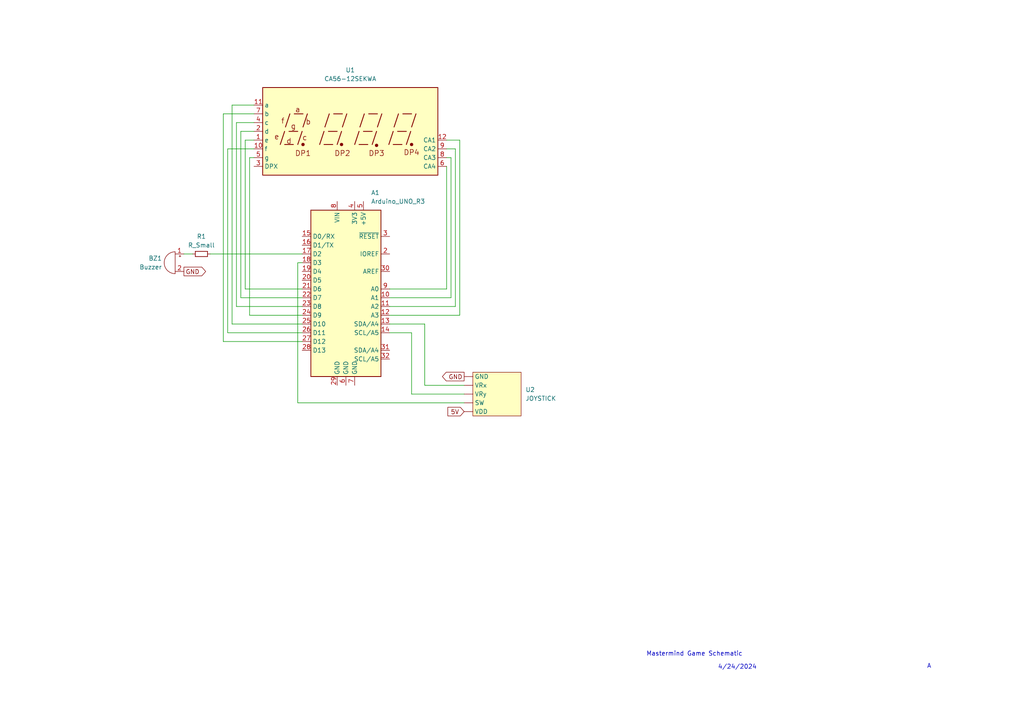
<source format=kicad_sch>
(kicad_sch
	(version 20231120)
	(generator "eeschema")
	(generator_version "8.0")
	(uuid "202705eb-2c2e-401d-8e01-b57ef99bb22c")
	(paper "A4")
	(lib_symbols
		(symbol "Device:Buzzer"
			(pin_names
				(offset 0.0254) hide)
			(exclude_from_sim no)
			(in_bom yes)
			(on_board yes)
			(property "Reference" "BZ"
				(at 3.81 1.27 0)
				(effects
					(font
						(size 1.27 1.27)
					)
					(justify left)
				)
			)
			(property "Value" "Buzzer"
				(at 3.81 -1.27 0)
				(effects
					(font
						(size 1.27 1.27)
					)
					(justify left)
				)
			)
			(property "Footprint" ""
				(at -0.635 2.54 90)
				(effects
					(font
						(size 1.27 1.27)
					)
					(hide yes)
				)
			)
			(property "Datasheet" "~"
				(at -0.635 2.54 90)
				(effects
					(font
						(size 1.27 1.27)
					)
					(hide yes)
				)
			)
			(property "Description" "Buzzer, polarized"
				(at 0 0 0)
				(effects
					(font
						(size 1.27 1.27)
					)
					(hide yes)
				)
			)
			(property "ki_keywords" "quartz resonator ceramic"
				(at 0 0 0)
				(effects
					(font
						(size 1.27 1.27)
					)
					(hide yes)
				)
			)
			(property "ki_fp_filters" "*Buzzer*"
				(at 0 0 0)
				(effects
					(font
						(size 1.27 1.27)
					)
					(hide yes)
				)
			)
			(symbol "Buzzer_0_1"
				(arc
					(start 0 -3.175)
					(mid 3.1612 0)
					(end 0 3.175)
					(stroke
						(width 0)
						(type default)
					)
					(fill
						(type none)
					)
				)
				(polyline
					(pts
						(xy -1.651 1.905) (xy -1.143 1.905)
					)
					(stroke
						(width 0)
						(type default)
					)
					(fill
						(type none)
					)
				)
				(polyline
					(pts
						(xy -1.397 2.159) (xy -1.397 1.651)
					)
					(stroke
						(width 0)
						(type default)
					)
					(fill
						(type none)
					)
				)
				(polyline
					(pts
						(xy 0 3.175) (xy 0 -3.175)
					)
					(stroke
						(width 0)
						(type default)
					)
					(fill
						(type none)
					)
				)
			)
			(symbol "Buzzer_1_1"
				(pin passive line
					(at -2.54 2.54 0)
					(length 2.54)
					(name "+"
						(effects
							(font
								(size 1.27 1.27)
							)
						)
					)
					(number "1"
						(effects
							(font
								(size 1.27 1.27)
							)
						)
					)
				)
				(pin passive line
					(at -2.54 -2.54 0)
					(length 2.54)
					(name "-"
						(effects
							(font
								(size 1.27 1.27)
							)
						)
					)
					(number "2"
						(effects
							(font
								(size 1.27 1.27)
							)
						)
					)
				)
			)
		)
		(symbol "Device:R_Small"
			(pin_numbers hide)
			(pin_names
				(offset 0.254) hide)
			(exclude_from_sim no)
			(in_bom yes)
			(on_board yes)
			(property "Reference" "R"
				(at 0.762 0.508 0)
				(effects
					(font
						(size 1.27 1.27)
					)
					(justify left)
				)
			)
			(property "Value" "R_Small"
				(at 0.762 -1.016 0)
				(effects
					(font
						(size 1.27 1.27)
					)
					(justify left)
				)
			)
			(property "Footprint" ""
				(at 0 0 0)
				(effects
					(font
						(size 1.27 1.27)
					)
					(hide yes)
				)
			)
			(property "Datasheet" "~"
				(at 0 0 0)
				(effects
					(font
						(size 1.27 1.27)
					)
					(hide yes)
				)
			)
			(property "Description" "Resistor, small symbol"
				(at 0 0 0)
				(effects
					(font
						(size 1.27 1.27)
					)
					(hide yes)
				)
			)
			(property "ki_keywords" "R resistor"
				(at 0 0 0)
				(effects
					(font
						(size 1.27 1.27)
					)
					(hide yes)
				)
			)
			(property "ki_fp_filters" "R_*"
				(at 0 0 0)
				(effects
					(font
						(size 1.27 1.27)
					)
					(hide yes)
				)
			)
			(symbol "R_Small_0_1"
				(rectangle
					(start -0.762 1.778)
					(end 0.762 -1.778)
					(stroke
						(width 0.2032)
						(type default)
					)
					(fill
						(type none)
					)
				)
			)
			(symbol "R_Small_1_1"
				(pin passive line
					(at 0 2.54 270)
					(length 0.762)
					(name "~"
						(effects
							(font
								(size 1.27 1.27)
							)
						)
					)
					(number "1"
						(effects
							(font
								(size 1.27 1.27)
							)
						)
					)
				)
				(pin passive line
					(at 0 -2.54 90)
					(length 0.762)
					(name "~"
						(effects
							(font
								(size 1.27 1.27)
							)
						)
					)
					(number "2"
						(effects
							(font
								(size 1.27 1.27)
							)
						)
					)
				)
			)
		)
		(symbol "Display_Character:CA56-12SEKWA"
			(exclude_from_sim no)
			(in_bom yes)
			(on_board yes)
			(property "Reference" "U"
				(at -24.13 13.97 0)
				(effects
					(font
						(size 1.27 1.27)
					)
				)
			)
			(property "Value" "CA56-12SEKWA"
				(at 17.78 13.97 0)
				(effects
					(font
						(size 1.27 1.27)
					)
				)
			)
			(property "Footprint" "Display_7Segment:CA56-12SEKWA"
				(at 0 -15.24 0)
				(effects
					(font
						(size 1.27 1.27)
					)
					(hide yes)
				)
			)
			(property "Datasheet" "http://www.kingbright.com/attachments/file/psearch/000/00/00/CA56-12SEKWA(Ver.7A).pdf"
				(at -10.922 0.762 0)
				(effects
					(font
						(size 1.27 1.27)
					)
					(hide yes)
				)
			)
			(property "Description" "4 digit 7 segment super bright orange LED, common anode"
				(at 0 0 0)
				(effects
					(font
						(size 1.27 1.27)
					)
					(hide yes)
				)
			)
			(property "ki_keywords" "display LED 7-segment"
				(at 0 0 0)
				(effects
					(font
						(size 1.27 1.27)
					)
					(hide yes)
				)
			)
			(property "ki_fp_filters" "*CA56*12SEKWA*"
				(at 0 0 0)
				(effects
					(font
						(size 1.27 1.27)
					)
					(hide yes)
				)
			)
			(symbol "CA56-12SEKWA_0_0"
				(rectangle
					(start -25.4 12.7)
					(end 25.4 -12.7)
					(stroke
						(width 0.254)
						(type default)
					)
					(fill
						(type background)
					)
				)
				(polyline
					(pts
						(xy -20.32 -3.81) (xy -19.05 0)
					)
					(stroke
						(width 0.254)
						(type default)
					)
					(fill
						(type none)
					)
				)
				(polyline
					(pts
						(xy -19.05 -3.81) (xy -16.51 -3.81)
					)
					(stroke
						(width 0.254)
						(type default)
					)
					(fill
						(type none)
					)
				)
				(polyline
					(pts
						(xy -18.796 1.27) (xy -17.526 5.08)
					)
					(stroke
						(width 0.254)
						(type default)
					)
					(fill
						(type none)
					)
				)
				(polyline
					(pts
						(xy -17.78 0) (xy -15.24 0)
					)
					(stroke
						(width 0.254)
						(type default)
					)
					(fill
						(type none)
					)
				)
				(polyline
					(pts
						(xy -16.256 5.08) (xy -13.716 5.08)
					)
					(stroke
						(width 0.254)
						(type default)
					)
					(fill
						(type none)
					)
				)
				(polyline
					(pts
						(xy -15.24 -3.81) (xy -13.97 0)
					)
					(stroke
						(width 0.254)
						(type default)
					)
					(fill
						(type none)
					)
				)
				(polyline
					(pts
						(xy -13.716 1.27) (xy -12.446 5.08)
					)
					(stroke
						(width 0.254)
						(type default)
					)
					(fill
						(type none)
					)
				)
				(polyline
					(pts
						(xy -8.89 -3.81) (xy -7.62 0)
					)
					(stroke
						(width 0.254)
						(type default)
					)
					(fill
						(type none)
					)
				)
				(polyline
					(pts
						(xy -7.62 -3.81) (xy -5.08 -3.81)
					)
					(stroke
						(width 0.254)
						(type default)
					)
					(fill
						(type none)
					)
				)
				(polyline
					(pts
						(xy -7.366 1.27) (xy -6.096 5.08)
					)
					(stroke
						(width 0.254)
						(type default)
					)
					(fill
						(type none)
					)
				)
				(polyline
					(pts
						(xy -6.35 0) (xy -3.81 0)
					)
					(stroke
						(width 0.254)
						(type default)
					)
					(fill
						(type none)
					)
				)
				(polyline
					(pts
						(xy -4.826 5.08) (xy -2.286 5.08)
					)
					(stroke
						(width 0.254)
						(type default)
					)
					(fill
						(type none)
					)
				)
				(polyline
					(pts
						(xy -3.81 -3.81) (xy -2.54 0)
					)
					(stroke
						(width 0.254)
						(type default)
					)
					(fill
						(type none)
					)
				)
				(polyline
					(pts
						(xy -2.286 1.27) (xy -1.016 5.08)
					)
					(stroke
						(width 0.254)
						(type default)
					)
					(fill
						(type none)
					)
				)
				(polyline
					(pts
						(xy 1.27 -3.81) (xy 2.54 0)
					)
					(stroke
						(width 0.254)
						(type default)
					)
					(fill
						(type none)
					)
				)
				(polyline
					(pts
						(xy 2.54 -3.81) (xy 5.08 -3.81)
					)
					(stroke
						(width 0.254)
						(type default)
					)
					(fill
						(type none)
					)
				)
				(polyline
					(pts
						(xy 2.794 1.27) (xy 4.064 5.08)
					)
					(stroke
						(width 0.254)
						(type default)
					)
					(fill
						(type none)
					)
				)
				(polyline
					(pts
						(xy 3.81 0) (xy 6.35 0)
					)
					(stroke
						(width 0.254)
						(type default)
					)
					(fill
						(type none)
					)
				)
				(polyline
					(pts
						(xy 5.334 5.08) (xy 7.874 5.08)
					)
					(stroke
						(width 0.254)
						(type default)
					)
					(fill
						(type none)
					)
				)
				(polyline
					(pts
						(xy 6.35 -3.81) (xy 7.62 0)
					)
					(stroke
						(width 0.254)
						(type default)
					)
					(fill
						(type none)
					)
				)
				(polyline
					(pts
						(xy 7.874 1.27) (xy 9.144 5.08)
					)
					(stroke
						(width 0.254)
						(type default)
					)
					(fill
						(type none)
					)
				)
				(polyline
					(pts
						(xy 11.176 -3.81) (xy 12.446 0)
					)
					(stroke
						(width 0.254)
						(type default)
					)
					(fill
						(type none)
					)
				)
				(polyline
					(pts
						(xy 12.446 -3.81) (xy 14.986 -3.81)
					)
					(stroke
						(width 0.254)
						(type default)
					)
					(fill
						(type none)
					)
				)
				(polyline
					(pts
						(xy 12.7 1.27) (xy 13.97 5.08)
					)
					(stroke
						(width 0.254)
						(type default)
					)
					(fill
						(type none)
					)
				)
				(polyline
					(pts
						(xy 13.716 0) (xy 16.256 0)
					)
					(stroke
						(width 0.254)
						(type default)
					)
					(fill
						(type none)
					)
				)
				(polyline
					(pts
						(xy 15.24 5.08) (xy 17.78 5.08)
					)
					(stroke
						(width 0.254)
						(type default)
					)
					(fill
						(type none)
					)
				)
				(polyline
					(pts
						(xy 16.256 -3.81) (xy 17.526 0)
					)
					(stroke
						(width 0.254)
						(type default)
					)
					(fill
						(type none)
					)
				)
				(polyline
					(pts
						(xy 17.78 1.27) (xy 19.05 5.08)
					)
					(stroke
						(width 0.254)
						(type default)
					)
					(fill
						(type none)
					)
				)
				(text "a"
					(at -15.24 6.35 0)
					(effects
						(font
							(size 1.524 1.524)
						)
					)
				)
				(text "b"
					(at -12.192 2.794 0)
					(effects
						(font
							(size 1.524 1.524)
						)
					)
				)
				(text "c"
					(at -13.208 -1.778 0)
					(effects
						(font
							(size 1.524 1.524)
						)
					)
				)
				(text "d"
					(at -17.78 -2.794 0)
					(effects
						(font
							(size 1.524 1.524)
						)
					)
				)
				(text "DP1"
					(at -13.716 -6.35 0)
					(effects
						(font
							(size 1.524 1.524)
						)
					)
				)
				(text "DP2"
					(at -2.286 -6.35 0)
					(effects
						(font
							(size 1.524 1.524)
						)
					)
				)
				(text "DP3"
					(at 7.62 -6.35 0)
					(effects
						(font
							(size 1.524 1.524)
						)
					)
				)
				(text "DP4"
					(at 17.78 -6.096 0)
					(effects
						(font
							(size 1.524 1.524)
						)
					)
				)
				(text "e"
					(at -21.336 -1.524 0)
					(effects
						(font
							(size 1.524 1.524)
						)
					)
				)
				(text "f"
					(at -19.558 3.048 0)
					(effects
						(font
							(size 1.524 1.524)
						)
					)
				)
				(text "g"
					(at -16.51 1.524 0)
					(effects
						(font
							(size 1.524 1.524)
						)
					)
				)
			)
			(symbol "CA56-12SEKWA_0_1"
				(circle
					(center -13.716 -3.81)
					(radius 0.3556)
					(stroke
						(width 0.254)
						(type default)
					)
					(fill
						(type outline)
					)
				)
				(circle
					(center -2.54 -3.81)
					(radius 0.3556)
					(stroke
						(width 0.254)
						(type default)
					)
					(fill
						(type outline)
					)
				)
			)
			(symbol "CA56-12SEKWA_1_0"
				(circle
					(center 7.62 -4.064)
					(radius 0.3556)
					(stroke
						(width 0.254)
						(type default)
					)
					(fill
						(type outline)
					)
				)
				(circle
					(center 17.78 -3.81)
					(radius 0.3556)
					(stroke
						(width 0.254)
						(type default)
					)
					(fill
						(type outline)
					)
				)
			)
			(symbol "CA56-12SEKWA_1_1"
				(pin input line
					(at -27.94 -2.54 0)
					(length 2.54)
					(name "e"
						(effects
							(font
								(size 1.27 1.27)
							)
						)
					)
					(number "1"
						(effects
							(font
								(size 1.27 1.27)
							)
						)
					)
				)
				(pin input line
					(at -27.94 -5.08 0)
					(length 2.54)
					(name "f"
						(effects
							(font
								(size 1.27 1.27)
							)
						)
					)
					(number "10"
						(effects
							(font
								(size 1.27 1.27)
							)
						)
					)
				)
				(pin input line
					(at -27.94 7.62 0)
					(length 2.54)
					(name "a"
						(effects
							(font
								(size 1.27 1.27)
							)
						)
					)
					(number "11"
						(effects
							(font
								(size 1.27 1.27)
							)
						)
					)
				)
				(pin input line
					(at 27.94 -2.54 180)
					(length 2.54)
					(name "CA1"
						(effects
							(font
								(size 1.27 1.27)
							)
						)
					)
					(number "12"
						(effects
							(font
								(size 1.27 1.27)
							)
						)
					)
				)
				(pin input line
					(at -27.94 0 0)
					(length 2.54)
					(name "d"
						(effects
							(font
								(size 1.27 1.27)
							)
						)
					)
					(number "2"
						(effects
							(font
								(size 1.27 1.27)
							)
						)
					)
				)
				(pin input line
					(at -27.94 -10.16 0)
					(length 2.54)
					(name "DPX"
						(effects
							(font
								(size 1.27 1.27)
							)
						)
					)
					(number "3"
						(effects
							(font
								(size 1.27 1.27)
							)
						)
					)
				)
				(pin input line
					(at -27.94 2.54 0)
					(length 2.54)
					(name "c"
						(effects
							(font
								(size 1.27 1.27)
							)
						)
					)
					(number "4"
						(effects
							(font
								(size 1.27 1.27)
							)
						)
					)
				)
				(pin input line
					(at -27.94 -7.62 0)
					(length 2.54)
					(name "g"
						(effects
							(font
								(size 1.27 1.27)
							)
						)
					)
					(number "5"
						(effects
							(font
								(size 1.27 1.27)
							)
						)
					)
				)
				(pin input line
					(at 27.94 -10.16 180)
					(length 2.54)
					(name "CA4"
						(effects
							(font
								(size 1.27 1.27)
							)
						)
					)
					(number "6"
						(effects
							(font
								(size 1.27 1.27)
							)
						)
					)
				)
				(pin input line
					(at -27.94 5.08 0)
					(length 2.54)
					(name "b"
						(effects
							(font
								(size 1.27 1.27)
							)
						)
					)
					(number "7"
						(effects
							(font
								(size 1.27 1.27)
							)
						)
					)
				)
				(pin input line
					(at 27.94 -7.62 180)
					(length 2.54)
					(name "CA3"
						(effects
							(font
								(size 1.27 1.27)
							)
						)
					)
					(number "8"
						(effects
							(font
								(size 1.27 1.27)
							)
						)
					)
				)
				(pin input line
					(at 27.94 -5.08 180)
					(length 2.54)
					(name "CA2"
						(effects
							(font
								(size 1.27 1.27)
							)
						)
					)
					(number "9"
						(effects
							(font
								(size 1.27 1.27)
							)
						)
					)
				)
			)
		)
		(symbol "Jordan:JOYSTICK"
			(exclude_from_sim no)
			(in_bom yes)
			(on_board yes)
			(property "Reference" "U"
				(at 0 0 0)
				(effects
					(font
						(size 1.27 1.27)
					)
				)
			)
			(property "Value" "JOYSTICK"
				(at 0 2.54 0)
				(effects
					(font
						(size 1.27 1.27)
					)
				)
			)
			(property "Footprint" ""
				(at 0 0 0)
				(effects
					(font
						(size 1.27 1.27)
					)
					(hide yes)
				)
			)
			(property "Datasheet" ""
				(at 0 0 0)
				(effects
					(font
						(size 1.27 1.27)
					)
					(hide yes)
				)
			)
			(property "Description" ""
				(at 0 0 0)
				(effects
					(font
						(size 1.27 1.27)
					)
					(hide yes)
				)
			)
			(symbol "JOYSTICK_0_1"
				(rectangle
					(start -5.08 -1.27)
					(end 8.89 -13.97)
					(stroke
						(width 0)
						(type default)
					)
					(fill
						(type background)
					)
				)
			)
			(symbol "JOYSTICK_1_1"
				(pin input line
					(at -7.62 -2.54 0)
					(length 2.54)
					(name "GND"
						(effects
							(font
								(size 1.27 1.27)
							)
						)
					)
					(number ""
						(effects
							(font
								(size 1.27 1.27)
							)
						)
					)
				)
				(pin output line
					(at -7.62 -10.16 0)
					(length 2.54)
					(name "SW"
						(effects
							(font
								(size 1.27 1.27)
							)
						)
					)
					(number ""
						(effects
							(font
								(size 1.27 1.27)
							)
						)
					)
				)
				(pin input line
					(at -7.62 -12.7 0)
					(length 2.54)
					(name "VDD"
						(effects
							(font
								(size 1.27 1.27)
							)
						)
					)
					(number ""
						(effects
							(font
								(size 1.27 1.27)
							)
						)
					)
				)
				(pin output line
					(at -7.62 -5.08 0)
					(length 2.54)
					(name "VRx"
						(effects
							(font
								(size 1.27 1.27)
							)
						)
					)
					(number ""
						(effects
							(font
								(size 1.27 1.27)
							)
						)
					)
				)
				(pin output line
					(at -7.62 -7.62 0)
					(length 2.54)
					(name "VRy"
						(effects
							(font
								(size 1.27 1.27)
							)
						)
					)
					(number ""
						(effects
							(font
								(size 1.27 1.27)
							)
						)
					)
				)
			)
		)
		(symbol "MCU_Module:Arduino_UNO_R3"
			(exclude_from_sim no)
			(in_bom yes)
			(on_board yes)
			(property "Reference" "A"
				(at -10.16 23.495 0)
				(effects
					(font
						(size 1.27 1.27)
					)
					(justify left bottom)
				)
			)
			(property "Value" "Arduino_UNO_R3"
				(at 5.08 -26.67 0)
				(effects
					(font
						(size 1.27 1.27)
					)
					(justify left top)
				)
			)
			(property "Footprint" "Module:Arduino_UNO_R3"
				(at 0 0 0)
				(effects
					(font
						(size 1.27 1.27)
						(italic yes)
					)
					(hide yes)
				)
			)
			(property "Datasheet" "https://www.arduino.cc/en/Main/arduinoBoardUno"
				(at 0 0 0)
				(effects
					(font
						(size 1.27 1.27)
					)
					(hide yes)
				)
			)
			(property "Description" "Arduino UNO Microcontroller Module, release 3"
				(at 0 0 0)
				(effects
					(font
						(size 1.27 1.27)
					)
					(hide yes)
				)
			)
			(property "ki_keywords" "Arduino UNO R3 Microcontroller Module Atmel AVR USB"
				(at 0 0 0)
				(effects
					(font
						(size 1.27 1.27)
					)
					(hide yes)
				)
			)
			(property "ki_fp_filters" "Arduino*UNO*R3*"
				(at 0 0 0)
				(effects
					(font
						(size 1.27 1.27)
					)
					(hide yes)
				)
			)
			(symbol "Arduino_UNO_R3_0_1"
				(rectangle
					(start -10.16 22.86)
					(end 10.16 -25.4)
					(stroke
						(width 0.254)
						(type default)
					)
					(fill
						(type background)
					)
				)
			)
			(symbol "Arduino_UNO_R3_1_1"
				(pin no_connect line
					(at -10.16 -20.32 0)
					(length 2.54) hide
					(name "NC"
						(effects
							(font
								(size 1.27 1.27)
							)
						)
					)
					(number "1"
						(effects
							(font
								(size 1.27 1.27)
							)
						)
					)
				)
				(pin bidirectional line
					(at 12.7 -2.54 180)
					(length 2.54)
					(name "A1"
						(effects
							(font
								(size 1.27 1.27)
							)
						)
					)
					(number "10"
						(effects
							(font
								(size 1.27 1.27)
							)
						)
					)
				)
				(pin bidirectional line
					(at 12.7 -5.08 180)
					(length 2.54)
					(name "A2"
						(effects
							(font
								(size 1.27 1.27)
							)
						)
					)
					(number "11"
						(effects
							(font
								(size 1.27 1.27)
							)
						)
					)
				)
				(pin bidirectional line
					(at 12.7 -7.62 180)
					(length 2.54)
					(name "A3"
						(effects
							(font
								(size 1.27 1.27)
							)
						)
					)
					(number "12"
						(effects
							(font
								(size 1.27 1.27)
							)
						)
					)
				)
				(pin bidirectional line
					(at 12.7 -10.16 180)
					(length 2.54)
					(name "SDA/A4"
						(effects
							(font
								(size 1.27 1.27)
							)
						)
					)
					(number "13"
						(effects
							(font
								(size 1.27 1.27)
							)
						)
					)
				)
				(pin bidirectional line
					(at 12.7 -12.7 180)
					(length 2.54)
					(name "SCL/A5"
						(effects
							(font
								(size 1.27 1.27)
							)
						)
					)
					(number "14"
						(effects
							(font
								(size 1.27 1.27)
							)
						)
					)
				)
				(pin bidirectional line
					(at -12.7 15.24 0)
					(length 2.54)
					(name "D0/RX"
						(effects
							(font
								(size 1.27 1.27)
							)
						)
					)
					(number "15"
						(effects
							(font
								(size 1.27 1.27)
							)
						)
					)
				)
				(pin bidirectional line
					(at -12.7 12.7 0)
					(length 2.54)
					(name "D1/TX"
						(effects
							(font
								(size 1.27 1.27)
							)
						)
					)
					(number "16"
						(effects
							(font
								(size 1.27 1.27)
							)
						)
					)
				)
				(pin bidirectional line
					(at -12.7 10.16 0)
					(length 2.54)
					(name "D2"
						(effects
							(font
								(size 1.27 1.27)
							)
						)
					)
					(number "17"
						(effects
							(font
								(size 1.27 1.27)
							)
						)
					)
				)
				(pin bidirectional line
					(at -12.7 7.62 0)
					(length 2.54)
					(name "D3"
						(effects
							(font
								(size 1.27 1.27)
							)
						)
					)
					(number "18"
						(effects
							(font
								(size 1.27 1.27)
							)
						)
					)
				)
				(pin bidirectional line
					(at -12.7 5.08 0)
					(length 2.54)
					(name "D4"
						(effects
							(font
								(size 1.27 1.27)
							)
						)
					)
					(number "19"
						(effects
							(font
								(size 1.27 1.27)
							)
						)
					)
				)
				(pin output line
					(at 12.7 10.16 180)
					(length 2.54)
					(name "IOREF"
						(effects
							(font
								(size 1.27 1.27)
							)
						)
					)
					(number "2"
						(effects
							(font
								(size 1.27 1.27)
							)
						)
					)
				)
				(pin bidirectional line
					(at -12.7 2.54 0)
					(length 2.54)
					(name "D5"
						(effects
							(font
								(size 1.27 1.27)
							)
						)
					)
					(number "20"
						(effects
							(font
								(size 1.27 1.27)
							)
						)
					)
				)
				(pin bidirectional line
					(at -12.7 0 0)
					(length 2.54)
					(name "D6"
						(effects
							(font
								(size 1.27 1.27)
							)
						)
					)
					(number "21"
						(effects
							(font
								(size 1.27 1.27)
							)
						)
					)
				)
				(pin bidirectional line
					(at -12.7 -2.54 0)
					(length 2.54)
					(name "D7"
						(effects
							(font
								(size 1.27 1.27)
							)
						)
					)
					(number "22"
						(effects
							(font
								(size 1.27 1.27)
							)
						)
					)
				)
				(pin bidirectional line
					(at -12.7 -5.08 0)
					(length 2.54)
					(name "D8"
						(effects
							(font
								(size 1.27 1.27)
							)
						)
					)
					(number "23"
						(effects
							(font
								(size 1.27 1.27)
							)
						)
					)
				)
				(pin bidirectional line
					(at -12.7 -7.62 0)
					(length 2.54)
					(name "D9"
						(effects
							(font
								(size 1.27 1.27)
							)
						)
					)
					(number "24"
						(effects
							(font
								(size 1.27 1.27)
							)
						)
					)
				)
				(pin bidirectional line
					(at -12.7 -10.16 0)
					(length 2.54)
					(name "D10"
						(effects
							(font
								(size 1.27 1.27)
							)
						)
					)
					(number "25"
						(effects
							(font
								(size 1.27 1.27)
							)
						)
					)
				)
				(pin bidirectional line
					(at -12.7 -12.7 0)
					(length 2.54)
					(name "D11"
						(effects
							(font
								(size 1.27 1.27)
							)
						)
					)
					(number "26"
						(effects
							(font
								(size 1.27 1.27)
							)
						)
					)
				)
				(pin bidirectional line
					(at -12.7 -15.24 0)
					(length 2.54)
					(name "D12"
						(effects
							(font
								(size 1.27 1.27)
							)
						)
					)
					(number "27"
						(effects
							(font
								(size 1.27 1.27)
							)
						)
					)
				)
				(pin bidirectional line
					(at -12.7 -17.78 0)
					(length 2.54)
					(name "D13"
						(effects
							(font
								(size 1.27 1.27)
							)
						)
					)
					(number "28"
						(effects
							(font
								(size 1.27 1.27)
							)
						)
					)
				)
				(pin power_in line
					(at -2.54 -27.94 90)
					(length 2.54)
					(name "GND"
						(effects
							(font
								(size 1.27 1.27)
							)
						)
					)
					(number "29"
						(effects
							(font
								(size 1.27 1.27)
							)
						)
					)
				)
				(pin input line
					(at 12.7 15.24 180)
					(length 2.54)
					(name "~{RESET}"
						(effects
							(font
								(size 1.27 1.27)
							)
						)
					)
					(number "3"
						(effects
							(font
								(size 1.27 1.27)
							)
						)
					)
				)
				(pin input line
					(at 12.7 5.08 180)
					(length 2.54)
					(name "AREF"
						(effects
							(font
								(size 1.27 1.27)
							)
						)
					)
					(number "30"
						(effects
							(font
								(size 1.27 1.27)
							)
						)
					)
				)
				(pin bidirectional line
					(at 12.7 -17.78 180)
					(length 2.54)
					(name "SDA/A4"
						(effects
							(font
								(size 1.27 1.27)
							)
						)
					)
					(number "31"
						(effects
							(font
								(size 1.27 1.27)
							)
						)
					)
				)
				(pin bidirectional line
					(at 12.7 -20.32 180)
					(length 2.54)
					(name "SCL/A5"
						(effects
							(font
								(size 1.27 1.27)
							)
						)
					)
					(number "32"
						(effects
							(font
								(size 1.27 1.27)
							)
						)
					)
				)
				(pin power_out line
					(at 2.54 25.4 270)
					(length 2.54)
					(name "3V3"
						(effects
							(font
								(size 1.27 1.27)
							)
						)
					)
					(number "4"
						(effects
							(font
								(size 1.27 1.27)
							)
						)
					)
				)
				(pin power_out line
					(at 5.08 25.4 270)
					(length 2.54)
					(name "+5V"
						(effects
							(font
								(size 1.27 1.27)
							)
						)
					)
					(number "5"
						(effects
							(font
								(size 1.27 1.27)
							)
						)
					)
				)
				(pin power_in line
					(at 0 -27.94 90)
					(length 2.54)
					(name "GND"
						(effects
							(font
								(size 1.27 1.27)
							)
						)
					)
					(number "6"
						(effects
							(font
								(size 1.27 1.27)
							)
						)
					)
				)
				(pin power_in line
					(at 2.54 -27.94 90)
					(length 2.54)
					(name "GND"
						(effects
							(font
								(size 1.27 1.27)
							)
						)
					)
					(number "7"
						(effects
							(font
								(size 1.27 1.27)
							)
						)
					)
				)
				(pin power_in line
					(at -2.54 25.4 270)
					(length 2.54)
					(name "VIN"
						(effects
							(font
								(size 1.27 1.27)
							)
						)
					)
					(number "8"
						(effects
							(font
								(size 1.27 1.27)
							)
						)
					)
				)
				(pin bidirectional line
					(at 12.7 0 180)
					(length 2.54)
					(name "A0"
						(effects
							(font
								(size 1.27 1.27)
							)
						)
					)
					(number "9"
						(effects
							(font
								(size 1.27 1.27)
							)
						)
					)
				)
			)
		)
	)
	(wire
		(pts
			(xy 66.04 96.52) (xy 87.63 96.52)
		)
		(stroke
			(width 0)
			(type default)
		)
		(uuid "007fda3b-24fa-47c6-a759-d234f74fd2c8")
	)
	(wire
		(pts
			(xy 67.31 30.48) (xy 67.31 93.98)
		)
		(stroke
			(width 0)
			(type default)
		)
		(uuid "04c16205-6a99-444f-bd5d-ef812c2f5928")
	)
	(wire
		(pts
			(xy 113.03 86.36) (xy 130.81 86.36)
		)
		(stroke
			(width 0)
			(type default)
		)
		(uuid "0542f1cd-df64-4ad9-960e-cd59e71a675a")
	)
	(wire
		(pts
			(xy 113.03 88.9) (xy 132.08 88.9)
		)
		(stroke
			(width 0)
			(type default)
		)
		(uuid "07c8c586-1b6a-4ded-8127-68ea972d829d")
	)
	(wire
		(pts
			(xy 129.54 43.18) (xy 132.08 43.18)
		)
		(stroke
			(width 0)
			(type default)
		)
		(uuid "14bc9318-2037-480b-a866-0ff84a68515b")
	)
	(wire
		(pts
			(xy 60.96 73.66) (xy 87.63 73.66)
		)
		(stroke
			(width 0)
			(type default)
		)
		(uuid "29e5d93b-2174-462d-a604-7572a5cdfea6")
	)
	(wire
		(pts
			(xy 133.35 40.64) (xy 133.35 91.44)
		)
		(stroke
			(width 0)
			(type default)
		)
		(uuid "2b160acc-563b-4ec7-b52f-c163fd656842")
	)
	(wire
		(pts
			(xy 68.58 35.56) (xy 68.58 88.9)
		)
		(stroke
			(width 0)
			(type default)
		)
		(uuid "2e68bd7f-6507-4822-929c-f36275beb18d")
	)
	(wire
		(pts
			(xy 133.35 91.44) (xy 113.03 91.44)
		)
		(stroke
			(width 0)
			(type default)
		)
		(uuid "34333f1e-b149-48af-8885-bbbe9e61e70f")
	)
	(wire
		(pts
			(xy 119.38 96.52) (xy 113.03 96.52)
		)
		(stroke
			(width 0)
			(type default)
		)
		(uuid "409326e0-0100-4116-99cb-018f8edc4c59")
	)
	(wire
		(pts
			(xy 123.19 93.98) (xy 123.19 111.76)
		)
		(stroke
			(width 0)
			(type default)
		)
		(uuid "48a47e45-0492-4c2a-8525-99d3cd6cf3af")
	)
	(wire
		(pts
			(xy 129.54 48.26) (xy 129.54 83.82)
		)
		(stroke
			(width 0)
			(type default)
		)
		(uuid "500d5d91-ff31-4b0d-a271-c80850145dcc")
	)
	(wire
		(pts
			(xy 67.31 93.98) (xy 87.63 93.98)
		)
		(stroke
			(width 0)
			(type default)
		)
		(uuid "53def1fe-1c66-4c7e-90b9-76af0f1401bf")
	)
	(wire
		(pts
			(xy 129.54 40.64) (xy 133.35 40.64)
		)
		(stroke
			(width 0)
			(type default)
		)
		(uuid "53e4044d-3f3c-4842-a8f1-810471310c39")
	)
	(wire
		(pts
			(xy 71.12 83.82) (xy 87.63 83.82)
		)
		(stroke
			(width 0)
			(type default)
		)
		(uuid "5d803b8a-1d8a-4eb0-9b94-304d6c98cd15")
	)
	(wire
		(pts
			(xy 64.77 99.06) (xy 87.63 99.06)
		)
		(stroke
			(width 0)
			(type default)
		)
		(uuid "708928ba-ef99-4531-a983-be5346719202")
	)
	(wire
		(pts
			(xy 73.66 43.18) (xy 66.04 43.18)
		)
		(stroke
			(width 0)
			(type default)
		)
		(uuid "71b41a80-7709-440a-a4f0-9415c63c9de8")
	)
	(wire
		(pts
			(xy 73.66 40.64) (xy 71.12 40.64)
		)
		(stroke
			(width 0)
			(type default)
		)
		(uuid "754844ef-9077-4af8-a4ee-2451dccc4f58")
	)
	(wire
		(pts
			(xy 66.04 43.18) (xy 66.04 96.52)
		)
		(stroke
			(width 0)
			(type default)
		)
		(uuid "80800565-c0ae-48c3-966c-761fbbeaa1f4")
	)
	(wire
		(pts
			(xy 64.77 33.02) (xy 64.77 99.06)
		)
		(stroke
			(width 0)
			(type default)
		)
		(uuid "8d8bbe19-4316-42e7-8dd3-c43d828af91c")
	)
	(wire
		(pts
			(xy 69.85 86.36) (xy 87.63 86.36)
		)
		(stroke
			(width 0)
			(type default)
		)
		(uuid "94f00b4c-db28-426c-9999-f62c33dfeb7c")
	)
	(wire
		(pts
			(xy 132.08 43.18) (xy 132.08 88.9)
		)
		(stroke
			(width 0)
			(type default)
		)
		(uuid "9578aeed-effc-4ae3-b86d-aa313bacff9d")
	)
	(wire
		(pts
			(xy 73.66 33.02) (xy 64.77 33.02)
		)
		(stroke
			(width 0)
			(type default)
		)
		(uuid "992c99ab-a988-4962-ac57-be765af6e66f")
	)
	(wire
		(pts
			(xy 55.88 73.66) (xy 53.34 73.66)
		)
		(stroke
			(width 0)
			(type default)
		)
		(uuid "9b9268e2-6bd4-4dfc-b5b9-c79a3584b865")
	)
	(wire
		(pts
			(xy 73.66 30.48) (xy 67.31 30.48)
		)
		(stroke
			(width 0)
			(type default)
		)
		(uuid "a6041ffc-dd66-48a2-a78e-8592f1236483")
	)
	(wire
		(pts
			(xy 72.39 91.44) (xy 87.63 91.44)
		)
		(stroke
			(width 0)
			(type default)
		)
		(uuid "a93cde6c-ca95-4238-9395-c9c935f65a1d")
	)
	(wire
		(pts
			(xy 86.36 116.84) (xy 134.62 116.84)
		)
		(stroke
			(width 0)
			(type default)
		)
		(uuid "ab22a144-9da7-4610-a0d3-081283df2b3d")
	)
	(wire
		(pts
			(xy 68.58 88.9) (xy 87.63 88.9)
		)
		(stroke
			(width 0)
			(type default)
		)
		(uuid "b47fe1d5-7606-497d-97b1-9300177e9b48")
	)
	(wire
		(pts
			(xy 86.36 76.2) (xy 86.36 116.84)
		)
		(stroke
			(width 0)
			(type default)
		)
		(uuid "b6805c59-c92a-47b1-9c85-c555824349b1")
	)
	(wire
		(pts
			(xy 71.12 40.64) (xy 71.12 83.82)
		)
		(stroke
			(width 0)
			(type default)
		)
		(uuid "b6f7008d-75a3-4776-8efd-fd1b153b0037")
	)
	(wire
		(pts
			(xy 123.19 111.76) (xy 134.62 111.76)
		)
		(stroke
			(width 0)
			(type default)
		)
		(uuid "c3315c23-6c86-4ed7-b931-4eae0e4bb36d")
	)
	(wire
		(pts
			(xy 86.36 76.2) (xy 87.63 76.2)
		)
		(stroke
			(width 0)
			(type default)
		)
		(uuid "cb39d93d-3398-4e6e-bfe2-bce516a6e657")
	)
	(wire
		(pts
			(xy 73.66 45.72) (xy 72.39 45.72)
		)
		(stroke
			(width 0)
			(type default)
		)
		(uuid "cc184011-1c26-413b-ab83-bf8cc78a120e")
	)
	(wire
		(pts
			(xy 73.66 35.56) (xy 68.58 35.56)
		)
		(stroke
			(width 0)
			(type default)
		)
		(uuid "cfc6195b-3243-4e06-a1df-c8f41103a736")
	)
	(wire
		(pts
			(xy 69.85 38.1) (xy 69.85 86.36)
		)
		(stroke
			(width 0)
			(type default)
		)
		(uuid "d96c4851-d77e-4d6e-a5b7-67212f499b83")
	)
	(wire
		(pts
			(xy 119.38 96.52) (xy 119.38 114.3)
		)
		(stroke
			(width 0)
			(type default)
		)
		(uuid "da618b9c-ea57-4de0-9911-af2f87c83e68")
	)
	(wire
		(pts
			(xy 129.54 45.72) (xy 130.81 45.72)
		)
		(stroke
			(width 0)
			(type default)
		)
		(uuid "e695e816-3290-4908-9190-8f912015b1cd")
	)
	(wire
		(pts
			(xy 113.03 93.98) (xy 123.19 93.98)
		)
		(stroke
			(width 0)
			(type default)
		)
		(uuid "ebc04e85-6e8d-4816-a675-0ae1114595a1")
	)
	(wire
		(pts
			(xy 73.66 38.1) (xy 69.85 38.1)
		)
		(stroke
			(width 0)
			(type default)
		)
		(uuid "ef01d948-0bcb-4b5a-a84e-716d45b89d1e")
	)
	(wire
		(pts
			(xy 130.81 45.72) (xy 130.81 86.36)
		)
		(stroke
			(width 0)
			(type default)
		)
		(uuid "f1d17efe-6fc7-4f8b-8191-c279797b6c17")
	)
	(wire
		(pts
			(xy 129.54 83.82) (xy 113.03 83.82)
		)
		(stroke
			(width 0)
			(type default)
		)
		(uuid "f3731ef0-f708-4c4a-a2af-c5f982a71361")
	)
	(wire
		(pts
			(xy 119.38 114.3) (xy 134.62 114.3)
		)
		(stroke
			(width 0)
			(type default)
		)
		(uuid "f5ea06dd-2ff6-40ea-8cd4-89ac424270b1")
	)
	(wire
		(pts
			(xy 72.39 45.72) (xy 72.39 91.44)
		)
		(stroke
			(width 0)
			(type default)
		)
		(uuid "fc59ee84-6e0b-4596-b919-f9cd86a94a61")
	)
	(text "Mastermind Game Schematic"
		(exclude_from_sim no)
		(at 201.422 189.738 0)
		(effects
			(font
				(size 1.27 1.27)
			)
		)
		(uuid "2257ff30-810d-4da2-a2f4-cfb02a03a43c")
	)
	(text "A\n"
		(exclude_from_sim no)
		(at 269.494 193.294 0)
		(effects
			(font
				(size 1.27 1.27)
			)
		)
		(uuid "9235acc2-5395-4f4e-b8d5-f513a03a5061")
	)
	(text "4/24/2024"
		(exclude_from_sim no)
		(at 213.868 193.548 0)
		(effects
			(font
				(size 1.27 1.27)
			)
		)
		(uuid "a9368561-9184-4a5b-b5d5-67c4c2f230e8")
	)
	(global_label "GND"
		(shape output)
		(at 134.62 109.22 180)
		(fields_autoplaced yes)
		(effects
			(font
				(size 1.27 1.27)
			)
			(justify right)
		)
		(uuid "97208863-b63e-4ed9-99b8-6a43f87b7265")
		(property "Intersheetrefs" "${INTERSHEET_REFS}"
			(at 127.7643 109.22 0)
			(effects
				(font
					(size 1.27 1.27)
				)
				(justify right)
				(hide yes)
			)
		)
	)
	(global_label "GND"
		(shape output)
		(at 53.34 78.74 0)
		(fields_autoplaced yes)
		(effects
			(font
				(size 1.27 1.27)
			)
			(justify left)
		)
		(uuid "a9568403-0527-4997-a3c6-d6478d6b4919")
		(property "Intersheetrefs" "${INTERSHEET_REFS}"
			(at 60.1957 78.74 0)
			(effects
				(font
					(size 1.27 1.27)
				)
				(justify left)
				(hide yes)
			)
		)
	)
	(global_label "5V"
		(shape input)
		(at 134.62 119.38 180)
		(fields_autoplaced yes)
		(effects
			(font
				(size 1.27 1.27)
			)
			(justify right)
		)
		(uuid "b10a0f3c-3c3e-4007-99a5-db087d25f3ed")
		(property "Intersheetrefs" "${INTERSHEET_REFS}"
			(at 129.3367 119.38 0)
			(effects
				(font
					(size 1.27 1.27)
				)
				(justify right)
				(hide yes)
			)
		)
	)
	(symbol
		(lib_id "Device:Buzzer")
		(at 50.8 76.2 0)
		(mirror y)
		(unit 1)
		(exclude_from_sim no)
		(in_bom yes)
		(on_board yes)
		(dnp no)
		(fields_autoplaced yes)
		(uuid "239d4525-540d-49de-819b-de9c5031b26d")
		(property "Reference" "BZ1"
			(at 46.99 74.9299 0)
			(effects
				(font
					(size 1.27 1.27)
				)
				(justify left)
			)
		)
		(property "Value" "Buzzer"
			(at 46.99 77.4699 0)
			(effects
				(font
					(size 1.27 1.27)
				)
				(justify left)
			)
		)
		(property "Footprint" ""
			(at 51.435 73.66 90)
			(effects
				(font
					(size 1.27 1.27)
				)
				(hide yes)
			)
		)
		(property "Datasheet" "~"
			(at 51.435 73.66 90)
			(effects
				(font
					(size 1.27 1.27)
				)
				(hide yes)
			)
		)
		(property "Description" "Buzzer, polarized"
			(at 50.8 76.2 0)
			(effects
				(font
					(size 1.27 1.27)
				)
				(hide yes)
			)
		)
		(pin "2"
			(uuid "de587757-48e5-45e9-a57d-d74c538cce00")
		)
		(pin "1"
			(uuid "67afc273-423b-4b7b-b2d2-b7b856f6e31a")
		)
		(instances
			(project "120B_Schematic"
				(path "/202705eb-2c2e-401d-8e01-b57ef99bb22c"
					(reference "BZ1")
					(unit 1)
				)
			)
		)
	)
	(symbol
		(lib_id "Display_Character:CA56-12SEKWA")
		(at 101.6 38.1 0)
		(unit 1)
		(exclude_from_sim no)
		(in_bom yes)
		(on_board yes)
		(dnp no)
		(fields_autoplaced yes)
		(uuid "50424d08-d3fe-4d26-963d-e1c54c5bb433")
		(property "Reference" "U1"
			(at 101.6 20.32 0)
			(effects
				(font
					(size 1.27 1.27)
				)
			)
		)
		(property "Value" "CA56-12SEKWA"
			(at 101.6 22.86 0)
			(effects
				(font
					(size 1.27 1.27)
				)
			)
		)
		(property "Footprint" "Display_7Segment:CA56-12SEKWA"
			(at 101.6 53.34 0)
			(effects
				(font
					(size 1.27 1.27)
				)
				(hide yes)
			)
		)
		(property "Datasheet" "http://www.kingbright.com/attachments/file/psearch/000/00/00/CA56-12SEKWA(Ver.7A).pdf"
			(at 90.678 37.338 0)
			(effects
				(font
					(size 1.27 1.27)
				)
				(hide yes)
			)
		)
		(property "Description" "4 digit 7 segment super bright orange LED, common anode"
			(at 101.6 38.1 0)
			(effects
				(font
					(size 1.27 1.27)
				)
				(hide yes)
			)
		)
		(pin "7"
			(uuid "4b50756b-4040-4507-836a-723c425604bb")
		)
		(pin "1"
			(uuid "17056c5f-332a-414d-8874-63602f44cf05")
		)
		(pin "4"
			(uuid "0a841b78-4acc-465d-938a-6cc18455aaf8")
		)
		(pin "5"
			(uuid "df5bb01e-bfab-464d-8bf2-9facc0a0cf8e")
		)
		(pin "3"
			(uuid "327352b4-1e6b-4c2e-bc7e-2efe109aef6f")
		)
		(pin "10"
			(uuid "2922a4c4-db99-4898-99de-2639e9f55e6b")
		)
		(pin "8"
			(uuid "864783ac-8c8b-43b4-9f64-b169db96c82a")
		)
		(pin "12"
			(uuid "139a4598-b53a-4ada-9b2a-e69eb7fd1e98")
		)
		(pin "2"
			(uuid "68881643-5e07-404c-a9b2-94c3f4a73414")
		)
		(pin "9"
			(uuid "10f8884c-6120-4772-a4cf-2aaf5f8d6aa6")
		)
		(pin "6"
			(uuid "18ad2901-49eb-4239-8d88-2589bc10b857")
		)
		(pin "11"
			(uuid "111d7393-3161-47c8-9f14-83a013c95921")
		)
		(instances
			(project "120B_Schematic"
				(path "/202705eb-2c2e-401d-8e01-b57ef99bb22c"
					(reference "U1")
					(unit 1)
				)
			)
		)
	)
	(symbol
		(lib_id "Jordan:JOYSTICK")
		(at 142.24 106.68 0)
		(unit 1)
		(exclude_from_sim no)
		(in_bom yes)
		(on_board yes)
		(dnp no)
		(fields_autoplaced yes)
		(uuid "6bb4e2f4-3616-468b-95ec-8cd42260d956")
		(property "Reference" "U2"
			(at 152.4 113.0299 0)
			(effects
				(font
					(size 1.27 1.27)
				)
				(justify left)
			)
		)
		(property "Value" "JOYSTICK"
			(at 152.4 115.5699 0)
			(effects
				(font
					(size 1.27 1.27)
				)
				(justify left)
			)
		)
		(property "Footprint" ""
			(at 142.24 106.68 0)
			(effects
				(font
					(size 1.27 1.27)
				)
				(hide yes)
			)
		)
		(property "Datasheet" ""
			(at 142.24 106.68 0)
			(effects
				(font
					(size 1.27 1.27)
				)
				(hide yes)
			)
		)
		(property "Description" ""
			(at 142.24 106.68 0)
			(effects
				(font
					(size 1.27 1.27)
				)
				(hide yes)
			)
		)
		(pin ""
			(uuid "2e96f32f-5e29-4d13-b915-9ef7f3e60d3d")
		)
		(pin ""
			(uuid "4956e70c-b199-4b9e-84d1-8646828dece6")
		)
		(pin ""
			(uuid "8db96b44-4893-46a2-9c30-1343bd1581d9")
		)
		(pin ""
			(uuid "cf7b7ba9-ec47-4aff-971f-f532901d9a0b")
		)
		(pin ""
			(uuid "8fb02db4-705f-43e4-9ea4-86b31e194e3e")
		)
		(instances
			(project "120B_Schematic"
				(path "/202705eb-2c2e-401d-8e01-b57ef99bb22c"
					(reference "U2")
					(unit 1)
				)
			)
		)
	)
	(symbol
		(lib_id "Device:R_Small")
		(at 58.42 73.66 270)
		(mirror x)
		(unit 1)
		(exclude_from_sim no)
		(in_bom yes)
		(on_board yes)
		(dnp no)
		(fields_autoplaced yes)
		(uuid "df9aa6cd-dbb0-45aa-a707-d4e610089439")
		(property "Reference" "R1"
			(at 58.42 68.58 90)
			(effects
				(font
					(size 1.27 1.27)
				)
			)
		)
		(property "Value" "R_Small"
			(at 58.42 71.12 90)
			(effects
				(font
					(size 1.27 1.27)
				)
			)
		)
		(property "Footprint" ""
			(at 58.42 73.66 0)
			(effects
				(font
					(size 1.27 1.27)
				)
				(hide yes)
			)
		)
		(property "Datasheet" "~"
			(at 58.42 73.66 0)
			(effects
				(font
					(size 1.27 1.27)
				)
				(hide yes)
			)
		)
		(property "Description" "Resistor, small symbol"
			(at 58.42 73.66 0)
			(effects
				(font
					(size 1.27 1.27)
				)
				(hide yes)
			)
		)
		(pin "2"
			(uuid "b23352d8-849a-4344-934c-cb78ca83db91")
		)
		(pin "1"
			(uuid "1a6a8bf9-f70b-47a2-b375-9efb2c185e85")
		)
		(instances
			(project "120B_Schematic"
				(path "/202705eb-2c2e-401d-8e01-b57ef99bb22c"
					(reference "R1")
					(unit 1)
				)
			)
		)
	)
	(symbol
		(lib_id "MCU_Module:Arduino_UNO_R3")
		(at 100.33 83.82 0)
		(unit 1)
		(exclude_from_sim no)
		(in_bom yes)
		(on_board yes)
		(dnp no)
		(fields_autoplaced yes)
		(uuid "f616f991-bf5f-46cc-85d6-6ee7cf3c0b1d")
		(property "Reference" "A1"
			(at 107.6041 55.88 0)
			(effects
				(font
					(size 1.27 1.27)
				)
				(justify left)
			)
		)
		(property "Value" "Arduino_UNO_R3"
			(at 107.6041 58.42 0)
			(effects
				(font
					(size 1.27 1.27)
				)
				(justify left)
			)
		)
		(property "Footprint" "Module:Arduino_UNO_R3"
			(at 100.33 83.82 0)
			(effects
				(font
					(size 1.27 1.27)
					(italic yes)
				)
				(hide yes)
			)
		)
		(property "Datasheet" "https://www.arduino.cc/en/Main/arduinoBoardUno"
			(at 100.33 83.82 0)
			(effects
				(font
					(size 1.27 1.27)
				)
				(hide yes)
			)
		)
		(property "Description" "Arduino UNO Microcontroller Module, release 3"
			(at 100.33 83.82 0)
			(effects
				(font
					(size 1.27 1.27)
				)
				(hide yes)
			)
		)
		(pin "14"
			(uuid "de92303f-48b5-4755-aed3-e861743e41e9")
		)
		(pin "21"
			(uuid "099a4f54-52b9-402c-94a9-f05095025372")
		)
		(pin "5"
			(uuid "b6c0850b-76e4-4ba4-bf5b-737184738fcf")
		)
		(pin "3"
			(uuid "4f720d0a-1c64-47ea-9e37-463837dc1380")
		)
		(pin "15"
			(uuid "8f82898a-241a-48a6-8159-3cb81bc33698")
		)
		(pin "7"
			(uuid "1962e370-15b3-49ae-a75a-9722e0c4d3cd")
		)
		(pin "27"
			(uuid "1929720b-43e3-4f98-91cf-16c43b319787")
		)
		(pin "6"
			(uuid "59d5708c-85d3-417d-ae4d-3aa2d4f8791a")
		)
		(pin "13"
			(uuid "4b73bdc8-dd80-4007-8ede-5ad80ec68925")
		)
		(pin "2"
			(uuid "064f12c1-7fde-4bc2-aee7-fc8a0e643ef7")
		)
		(pin "9"
			(uuid "3b2a7217-afc9-475c-b326-3b0932f763a5")
		)
		(pin "11"
			(uuid "0ef50efc-a4c6-4bb1-85e4-2cde8a1786fc")
		)
		(pin "25"
			(uuid "4a6fe13f-119e-4a55-b1ba-68918db2eb4c")
		)
		(pin "16"
			(uuid "2a361a73-c41b-41f1-b811-e7da3fd26e65")
		)
		(pin "17"
			(uuid "7b2c487e-d359-4b05-8160-41c62990caaa")
		)
		(pin "23"
			(uuid "3b1db667-7dd6-4df2-82d1-780a36818739")
		)
		(pin "32"
			(uuid "5a095792-69a7-45fd-95a1-608ef01f4049")
		)
		(pin "26"
			(uuid "5999818b-67ee-4760-a93a-159e47c99f65")
		)
		(pin "8"
			(uuid "9575c5f2-3576-4367-8836-cfa3ed7ec594")
		)
		(pin "22"
			(uuid "73c01651-c556-4d67-bca0-9b69c18feb88")
		)
		(pin "10"
			(uuid "f1c665a1-5050-41ae-8ec9-1fac1e2fc1e1")
		)
		(pin "29"
			(uuid "81628f3a-e681-42f4-b846-657235127356")
		)
		(pin "1"
			(uuid "d35dbd84-3e1d-412c-9b52-8895a5193701")
		)
		(pin "24"
			(uuid "6da02ead-ab2c-43a2-9869-55ccc17faea2")
		)
		(pin "20"
			(uuid "aed6c07a-bdcb-4588-a02e-2dc1080cef69")
		)
		(pin "31"
			(uuid "1e9df14c-f8c8-4368-aed7-9bc58e3490c3")
		)
		(pin "30"
			(uuid "e1783e41-dcea-46b6-9b22-bd195022dcf5")
		)
		(pin "28"
			(uuid "9aa87f9b-1c51-45bd-91dc-be818b269d95")
		)
		(pin "19"
			(uuid "65ba4e87-3526-482f-b98d-1f4fd6d0c50a")
		)
		(pin "12"
			(uuid "d647a0a8-f422-4d02-bb00-86e6108c55e0")
		)
		(pin "18"
			(uuid "e29f4125-ffb1-48f0-bd62-61c30c22e5cb")
		)
		(pin "4"
			(uuid "5aba106e-a30f-412e-8261-d5d7d4fc5b47")
		)
		(instances
			(project "120B_Schematic"
				(path "/202705eb-2c2e-401d-8e01-b57ef99bb22c"
					(reference "A1")
					(unit 1)
				)
			)
		)
	)
	(sheet_instances
		(path "/"
			(page "1")
		)
	)
)
</source>
